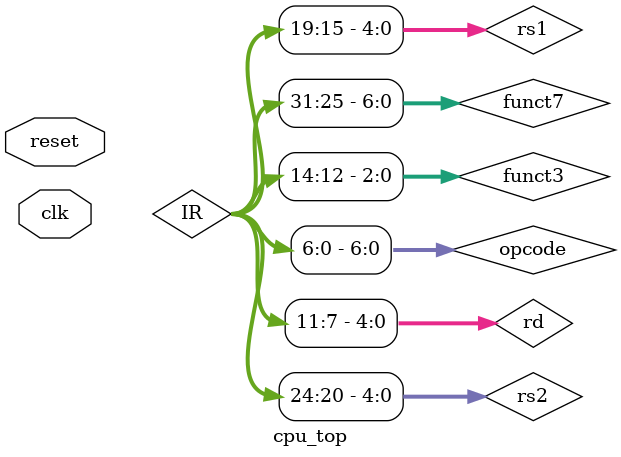
<source format=v>
`timescale 1ns / 1ps
module cpu_top(
    input  wire clk,
    input  wire reset
);
    // ÄÚ²¿¼Ä´æÆ÷ºÍÁ¬ÏßÉùÃ÷
    reg [31:0] PC;       // ³ÌÐò¼ÆÊýÆ÷(Program Counter)
    reg [31:0] OldPC;    // ±£´æ¾ÉµÄPCÖµ(ÓÃÓÚÒì³£´¦Àí)
    reg [31:0] IR;       // Ö¸Áî¼Ä´æÆ÷(Instruction Register)
    reg [31:0] A;        // ¼Ä´æÆ÷ÎÄ¼þ¶ÁÈ¡µÄµÚÒ»¸ö²Ù×÷Êý
    reg [31:0] B;        // ¼Ä´æÆ÷ÎÄ¼þ¶ÁÈ¡µÄµÚ¶þ¸ö²Ù×÷Êý
    reg [31:0] ALUOut;   // ALU¼ÆËã½á¹û¼Ä´æÆ÷
    reg [31:0] MDR;      // ÄÚ´æÊý¾Ý¼Ä´æÆ÷(Memory Data Register)
    reg [31:0] EPC;      // Òì³££¬±£´æ PC+4
    reg [31:0] Cause;    // bit0: Ö¸Áî·Ç·¨£¬bit1: ËãÊõÒç³ö
    
    // ½«Ö¸Áî×Ö¸÷×Ö¶Î²ð·Ö£¬ÓÃÓÚ¿ØÖÆµ¥Ôª½âÂëºÍÖ´ÐÐÖ¸Áî
    wire [6:0] opcode = IR[6:0];   // ²Ù×÷Âë
    wire [2:0] funct3 = IR[14:12]; // ¹¦ÄÜÂë(3Î»)
    wire [6:0] funct7 = IR[31:25]; // ¹¦ÄÜÂë(7Î»)
    wire [4:0] rs1    = IR[19:15]; // Ô´¼Ä´æÆ÷1µØÖ·
    wire [4:0] rs2    = IR[24:20]; // Ô´¼Ä´æÆ÷2µØÖ·
    wire [4:0] rd     = IR[11:7];  // Ä¿µÄ¼Ä´æÆ÷µØÖ·
    // ¿ØÖÆµ¥ÔªÊä³ö¿ØÖÆÐÅºÅ
    wire PCWrite;       // PCÐ´Ê¹ÄÜ
    wire IRWrite;       // IRÐ´Ê¹ÄÜ
    wire RegWrite;      // ¼Ä´æÆ÷Ð´Ê¹ÄÜ
    wire MemRead;       // ÄÚ´æ¶ÁÊ¹ÄÜ
    wire MemWrite;      // ÄÚ´æÐ´Ê¹ÄÜ
    wire [2:0] ALUControl; // ALU²Ù×÷¿ØÖÆ
    wire [1:0] ALUSrcA;    // ALUÊäÈëAÑ¡Ôñ
    wire [1:0] ALUSrcB;    // ALUÊäÈëBÑ¡Ôñ
    wire MemtoReg;      // Ð´»ØÊý¾ÝÑ¡Ôñ(ÄÚ´æ»òALU½á¹û)
    wire Halt;          // Í£»úÐÅºÅ
    wire [31:0] cause_code; // Òì³£Ô­Òò´úÂë
    wire CauseWrite;    // Òì³£Ô­Òò¼Ä´æÆ÷Ð´Ê¹ÄÜ
    wire Trap;          // Òì³£Ìø×ªÐÅºÅ
    wire TrapReturn;    // Òì³£·µ»ØÐÅºÅ
    wire is_jalr;       // JALRÖ¸Áî±êÊ¶
    assign is_jalr = (opcode == 7'b1100111); 
    
    // Á¢¼´ÊýÀ©Õ¹£¨¸ù¾ÝÖ¸Áî¸ñÊ½Éú³É32Î»Á¢¼´Êý£©
    reg [31:0] imm_ext;
    always @(*) begin
        case (opcode)
            7'b0010011, // IÐÍÖ¸Áî (ADDI)
            7'b0000011, // IÐÍÖ¸Áî (LW)
            7'b1100111: imm_ext = {{20{IR[31]}}, IR[31:20]};  // IÐÍÖ¸Áî (JALR) 12Î»ÓÐ·ûºÅÁ¢¼´Êý
            7'b0100011: // SÐÍÖ¸Áî (SW)
                imm_ext = {{20{IR[31]}}, IR[31:25], IR[11:7]};  // 12Î»ÓÐ·ûºÅÁ¢¼´Êý(¸ß5Î»+µÍ7Î»)
            7'b1100011: // BÐÍÖ¸Áî (BEQ)
                imm_ext = {{19{IR[31]}}, IR[31], IR[7], IR[30:25], IR[11:8], 1'b0};  // 13Î»Á¢¼´Êý£¨º¬ÁãÀ©Õ¹µÄ×îµÍÎ»£©
            7'b0110111: // UÐÍÖ¸Áî (LUI)
                imm_ext = {IR[31:12], 12'b0};  // 20Î»Á¢¼´Êý¼ÓÔØ¸ßÎ»
            7'b1101111: // JÐÍÖ¸Áî (JAL)
                imm_ext = {{11{IR[31]}}, IR[31], IR[19:12], IR[20], IR[30:21], 1'b0}; // 21Î»Á¢¼´Êý
            default:
                imm_ext = 32'b0;
        endcase
    end
    
    // ÊµÀý»¯¼Ä´æÆ÷¶Ñ (32¸ö32Î»¼Ä´æÆ÷)
    wire [31:0] regfile_rdata1;
    wire [31:0] regfile_rdata2;
    // ¸ù¾ÝTrapReturnÐÅºÅ¾ö¶¨Ð´»Ø¼Ä´æÆ÷µØÖ·£¨Òì³£Ê±Ç¿ÖÆÎªx31£©
    wire [4:0] waddr_final = TrapReturn ? 5'd31 : rd;
    RegisterFile u_regfile (
        .clk    (clk),
        .we     (RegWrite),
        .raddr1 (rs1),
        .raddr2 (rs2),
        .waddr  (waddr_final),
        .wdata  (MemtoReg ? MDR : ALUOut),  // ¸ù¾ÝMemtoRegÑ¡ÔñÐ´»ØÊý¾Ý
        .rdata1 (regfile_rdata1),
        .rdata2 (regfile_rdata2)
    );
    
    // ÊµÀý»¯ALU
    wire [31:0] ALU_in1;
    wire [31:0] ALU_in2;
    wire [31:0] ALU_result;
    wire ALU_zero;
    wire ALU_overflow;
    // ALUÊäÈëÑ¡Ôñ¶àÂ·¸´ÓÃ
    assign ALU_in1 = (ALUSrcA == 2'b00) ? PC :
                     (ALUSrcA == 2'b01) ? A :
                     (ALUSrcA == 2'b10) ? 32'b0 :
                                           OldPC;
    assign ALU_in2 = (ALUSrcB == 2'b00) ? B :
                     (ALUSrcB == 2'b01) ? imm_ext :
                     (ALUSrcB == 2'b10) ? 32'd4 :
                                           imm_ext;
    ALU u_alu (
        .A         (ALU_in1),
        .B         (ALU_in2),
        .ALUControl(ALUControl),
        .Result    (ALU_result),
        .Zero      (ALU_zero),
        .Overflow  (ALU_overflow)
    );
    
    // ÊµÀý»¯´æ´¢Æ÷ (Í³Ò»ÄÚ´æ, Cause¼Ä´æÆ÷µØÖ·0x800)
    wire [31:0] memory_out;
    Memory u_memory (
        .clk       (clk),
        .addr      ((IRWrite) ? PC : ALUOut),
        .write_data(B),
        .MemRead   (MemRead),
        .MemWrite  (MemWrite),
        .read_data (memory_out),
        .causeWrite (CauseWrite),
        .cause_code (cause_code)
    );
    
    // ÊµÀý»¯¿ØÖÆµ¥Ôª FSM
    ControlUnit u_control (
        .clk       (clk),
        .reset     (reset),
        .opcode    (opcode),
        .funct3    (funct3),
        .funct7_5  (funct7[5]),  // ½«funct7µÄµÚ5Î»ÓÃÓÚÇø·ÖADD/SUB
        .Zero      (ALU_zero),
        .Overflow  (ALU_overflow),
        .PCWrite   (PCWrite),
        .IRWrite   (IRWrite),
        .RegWrite  (RegWrite),
        .MemRead   (MemRead),
        .MemWrite  (MemWrite),
        .MemtoReg  (MemtoReg),
        .ALUSrcA   (ALUSrcA),
        .ALUSrcB   (ALUSrcB),
        .ALUControl(ALUControl),
        .CauseWrite(CauseWrite),
        .cause_code(cause_code),
        .Halt      (Halt),
        .Trap       (Trap),
        .TrapReturn (TrapReturn),
        .is_jalr(is_jalr)
    );
    
    // Ê±ÐòÂß¼­£ºÊ±ÖÓÉÏÉýÑØ¸üÐÂ¸÷¼Ä´æÆ÷
    always @(posedge clk or posedge reset) begin
        if (reset) begin
            // Òì²½¸´Î»£ºÇåÁãPC¼°Á÷Ë®¼Ä´æÆ÷
            PC     <= 32'b0;
            OldPC  <= 32'b0;
            IR     <= 32'b0;
            A      <= 32'b0;
            B      <= 32'b0;
            ALUOut <= 32'b0;
            MDR    <= 32'b0;
            EPC    <= 32'b0;
            Cause  <= 32'b0;
        end else begin
            // IFÈ¡Öµ½×¶Î£ºÈ¡Ö¸Áî²¢±£´æµ±Ç°PCµ½OldPC
            if (IRWrite) begin
                IR    <= memory_out;
                OldPC <= PC;
            end
            // ¸üÐÂPC£ºÓÅÏÈ´¦ÀíÒì³£Ìø×ª£¬Æä´ÎÕý³£PC¸üÐÂ/Ìø×ª
            if (Trap) begin
                EPC <= PC;           // ±£´æPC
                PC <= 32'h00000300;  // Ìø×ªÖÁÒì³£´¦ÀíÈë¿ÚµØÖ· 0x300
            end else if (TrapReturn) begin
                PC <= EPC;           // Òì³£·µ»Ø
                Cause <= 32'b0;      // ÇåCause
            end else if (PCWrite) begin
                if (is_jalr)
                    PC <= ALU_result & ~32'h1;
                else
                    PC <= ALU_result;
            end
            // IDÒëÂë½×¶Î£ºËø´æ¼Ä´æÆ÷¶ÑÊä³öÊý¾Ýµ½A¡¢B¼Ä´æÆ÷
            A <= regfile_rdata1;
            B <= regfile_rdata2;
            // EXÖ´ÐÐ½×¶Î£ºËø´æALU¼ÆËã½á¹ûµ½ALUOut¼Ä´æÆ÷
            ALUOut <= ALU_result;
            // MEM·Ã´æ½×¶Î£ºÔÚÄÚ´æ¶ÁÍê³ÉÊ±£¬½«¶ÁÈ¡µÄÊý¾Ý±£´æµ½MDR£¨ÓÃÓÚLWÐ´»Ø£©
            if (MemRead && !IRWrite) begin
                MDR <= memory_out;
            end
            // Cause¼Ä´æÆ÷ÓÉ¿ØÖÆµ¥Ôª¾ö¶¨ÊÇ·ñÐ´ cause_code
            if (CauseWrite)
                Cause <= cause_code;
        end
    end
endmodule

</source>
